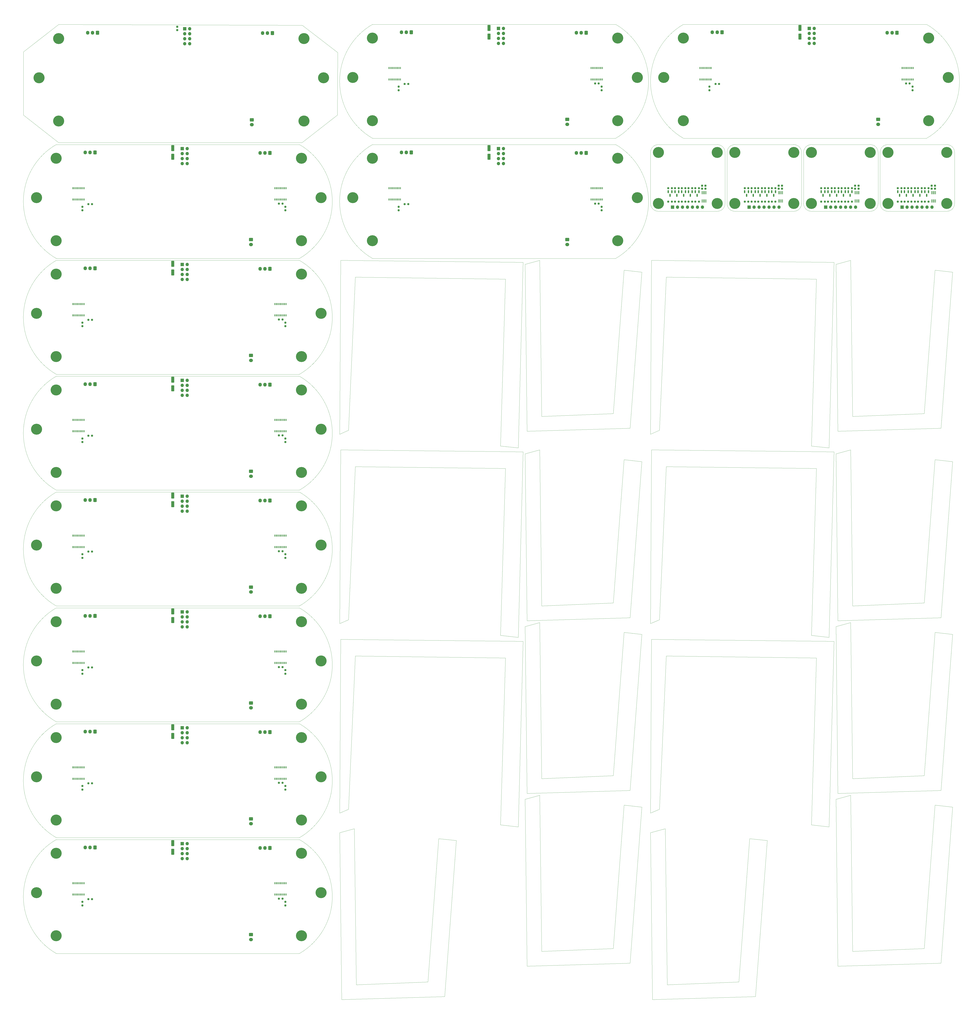
<source format=gbr>
%TF.GenerationSoftware,KiCad,Pcbnew,7.0.6-7.0.6~ubuntu20.04.1*%
%TF.CreationDate,2023-07-11T09:00:17+02:00*%
%TF.ProjectId,output_panel2023-07-11_065927.5376850000,6f757470-7574-45f7-9061-6e656c323032,rev?*%
%TF.SameCoordinates,Original*%
%TF.FileFunction,Soldermask,Bot*%
%TF.FilePolarity,Negative*%
%FSLAX45Y45*%
G04 Gerber Fmt 4.5, Leading zero omitted, Abs format (unit mm)*
G04 Created by KiCad (PCBNEW 7.0.6-7.0.6~ubuntu20.04.1) date 2023-07-11 09:00:17*
%MOMM*%
%LPD*%
G01*
G04 APERTURE LIST*
G04 Aperture macros list*
%AMRoundRect*
0 Rectangle with rounded corners*
0 $1 Rounding radius*
0 $2 $3 $4 $5 $6 $7 $8 $9 X,Y pos of 4 corners*
0 Add a 4 corners polygon primitive as box body*
4,1,4,$2,$3,$4,$5,$6,$7,$8,$9,$2,$3,0*
0 Add four circle primitives for the rounded corners*
1,1,$1+$1,$2,$3*
1,1,$1+$1,$4,$5*
1,1,$1+$1,$6,$7*
1,1,$1+$1,$8,$9*
0 Add four rect primitives between the rounded corners*
20,1,$1+$1,$2,$3,$4,$5,0*
20,1,$1+$1,$4,$5,$6,$7,0*
20,1,$1+$1,$6,$7,$8,$9,0*
20,1,$1+$1,$8,$9,$2,$3,0*%
G04 Aperture macros list end*
%TA.AperFunction,Profile*%
%ADD10C,0.050000*%
%TD*%
%TA.AperFunction,Profile*%
%ADD11C,0.100000*%
%TD*%
%ADD12C,5.600000*%
%ADD13R,1.700000X1.700000*%
%ADD14O,1.700000X1.700000*%
%ADD15RoundRect,0.250000X0.600000X0.725000X-0.600000X0.725000X-0.600000X-0.725000X0.600000X-0.725000X0*%
%ADD16O,1.700000X1.950000*%
%ADD17RoundRect,0.237500X-0.250000X-0.237500X0.250000X-0.237500X0.250000X0.237500X-0.250000X0.237500X0*%
%ADD18RoundRect,0.250000X-0.550000X1.250000X-0.550000X-1.250000X0.550000X-1.250000X0.550000X1.250000X0*%
%ADD19RoundRect,0.237500X0.250000X0.237500X-0.250000X0.237500X-0.250000X-0.237500X0.250000X-0.237500X0*%
%ADD20RoundRect,0.250000X-0.750000X0.600000X-0.750000X-0.600000X0.750000X-0.600000X0.750000X0.600000X0*%
%ADD21O,2.000000X1.700000*%
%ADD22R,0.400000X1.000000*%
%ADD23RoundRect,0.150000X-0.150000X0.587500X-0.150000X-0.587500X0.150000X-0.587500X0.150000X0.587500X0*%
%ADD24RoundRect,0.237500X0.300000X0.237500X-0.300000X0.237500X-0.300000X-0.237500X0.300000X-0.237500X0*%
%ADD25RoundRect,0.100000X-0.100000X0.712500X-0.100000X-0.712500X0.100000X-0.712500X0.100000X0.712500X0*%
%ADD26RoundRect,0.237500X0.237500X-0.250000X0.237500X0.250000X-0.237500X0.250000X-0.237500X-0.250000X0*%
%ADD27RoundRect,0.237500X-0.237500X0.300000X-0.237500X-0.300000X0.237500X-0.300000X0.237500X0.300000X0*%
G04 APERTURE END LIST*
D10*
X32017643Y-40219379D02*
X32067643Y-31369379D01*
X14123822Y-17870000D02*
G75*
G03*
X14123822Y-12070000I-1674316J2900000D01*
G01*
X25619977Y-39514585D02*
X25719977Y-48014585D01*
X32817643Y-22569688D02*
X32467643Y-30369688D01*
X46517622Y-39814585D02*
X45967622Y-47114585D01*
D11*
X47517640Y-6570000D02*
G75*
G03*
X47117643Y-6170000I-400000J0D01*
G01*
X32017640Y-9170000D02*
G75*
G03*
X32417643Y-9570000I400000J0D01*
G01*
X47117643Y-9570003D02*
G75*
G03*
X47517643Y-9170000I-3J400003D01*
G01*
X17843821Y-5850000D02*
X30243821Y-5850000D01*
D10*
X42217622Y-12068311D02*
X41467622Y-12268311D01*
X30119977Y-38316294D02*
X26469977Y-38466294D01*
X47417622Y-12668311D02*
X46517622Y-12568311D01*
X22119996Y-41617385D02*
X21219996Y-41517385D01*
X25619977Y-12268311D02*
X25719977Y-20768311D01*
X14123822Y-23770000D02*
G75*
G03*
X14123822Y-17970000I-1674316J2900000D01*
G01*
X25719977Y-39216294D02*
X30969977Y-39066294D01*
X24619998Y-13019997D02*
X16969998Y-12919997D01*
X42317622Y-29668003D02*
X42217622Y-21718003D01*
D11*
X1723822Y-41470000D02*
X14123822Y-41470000D01*
X1850000Y-50000D02*
X14270000Y-90000D01*
D10*
X46517622Y-22218003D02*
X45967622Y-29518003D01*
X40467643Y-32319379D02*
X32817643Y-32219379D01*
D11*
X35917640Y-9170000D02*
G75*
G03*
X36317643Y-9570000I400000J0D01*
G01*
X43617640Y-6570000D02*
G75*
G03*
X43217643Y-6170000I-400000J0D01*
G01*
D10*
X25269998Y-21619997D02*
X24369998Y-21519997D01*
X21219996Y-41517385D02*
X20669996Y-48817385D01*
X26369977Y-21718003D02*
X25619977Y-21918003D01*
X16269995Y-49717385D02*
X21519996Y-49567385D01*
X20669996Y-48817385D02*
X17019996Y-48967385D01*
D11*
X47517643Y-6570000D02*
X47517643Y-9170000D01*
D10*
X41117643Y-31269688D02*
X40217643Y-31169688D01*
X1723822Y-23870000D02*
G75*
G03*
X1723822Y-29670000I1674316J-2900000D01*
G01*
D11*
X16050000Y-4670000D02*
X14250000Y-6070000D01*
D10*
X31569977Y-39914585D02*
X30669977Y-39814585D01*
X16619998Y-30369688D02*
X16169998Y-30569688D01*
D11*
X14270000Y-90000D02*
X16070000Y-1480000D01*
D10*
X30119977Y-47114585D02*
X26469977Y-47264585D01*
X41367643Y-12169997D02*
X41117643Y-21619997D01*
X40217643Y-21519997D02*
X40467643Y-13019997D01*
X40217643Y-40819379D02*
X40467643Y-32319379D01*
X30119977Y-29518003D02*
X26469977Y-29668003D01*
X32817643Y-32219379D02*
X32467643Y-40019379D01*
X46817622Y-30268003D02*
X47417622Y-22318003D01*
X32017643Y-20919997D02*
X32067643Y-12069997D01*
D11*
X1723822Y-35570000D02*
X14123822Y-35570000D01*
X35817640Y-6570000D02*
G75*
G03*
X35417643Y-6170000I-400000J0D01*
G01*
D10*
X16969998Y-32219379D02*
X16619998Y-40019379D01*
X25719977Y-48014585D02*
X30969977Y-47864585D01*
X31569977Y-31116294D02*
X30669977Y-31016294D01*
X30969977Y-30268003D02*
X31569977Y-22318003D01*
X24619998Y-22669688D02*
X16969998Y-22569688D01*
X26469977Y-29668003D02*
X26369977Y-21718003D01*
D11*
X32017643Y-9170000D02*
X32017643Y-6570000D01*
X1723822Y-23770000D02*
X14123822Y-23770000D01*
X44117643Y-6170003D02*
G75*
G03*
X43717643Y-6570000I-3J-399997D01*
G01*
X35417643Y-9570003D02*
G75*
G03*
X35817643Y-9170000I-3J400003D01*
G01*
X1723822Y-23870000D02*
X14123822Y-23870000D01*
D10*
X30669977Y-39814585D02*
X30119977Y-47114585D01*
X32467643Y-40019379D02*
X32017643Y-40219379D01*
X31569977Y-12668311D02*
X30669977Y-12568311D01*
X46817622Y-39066294D02*
X47417622Y-31116294D01*
D11*
X35917643Y-9170000D02*
X35917643Y-6570000D01*
D10*
X1723822Y-12070000D02*
G75*
G03*
X1723822Y-17870000I1674316J-2900000D01*
G01*
X25719977Y-30418003D02*
X30969977Y-30268003D01*
X17019996Y-48967385D02*
X16919996Y-41017385D01*
D11*
X40217643Y-6170003D02*
G75*
G03*
X39817643Y-6570000I-3J-399997D01*
G01*
D10*
X30243821Y-5850000D02*
G75*
G03*
X30243821Y-50000I-1674316J2900000D01*
G01*
X25619977Y-21918003D02*
X25719977Y-30418003D01*
D11*
X1723822Y-17870000D02*
X14123822Y-17870000D01*
D10*
X30669977Y-12568311D02*
X30119977Y-19868311D01*
X26369977Y-12068311D02*
X25619977Y-12268311D01*
X24369998Y-31169688D02*
X24619998Y-22669688D01*
D11*
X50000Y-1450000D02*
X1850000Y-50000D01*
D10*
X25519998Y-31469379D02*
X25269998Y-40919379D01*
X41467622Y-30716294D02*
X41567622Y-39216294D01*
D11*
X35817643Y-6570000D02*
X35817643Y-9170000D01*
D10*
X41567622Y-20768311D02*
X46817622Y-20618311D01*
X45967622Y-38316294D02*
X42317622Y-38466294D01*
X32117640Y-49717385D02*
X37367640Y-49567385D01*
D11*
X1723822Y-41570000D02*
X14123822Y-41570000D01*
D10*
X41117643Y-40919379D02*
X40217643Y-40819379D01*
X14123822Y-29670000D02*
G75*
G03*
X14123822Y-23870000I-1674316J2900000D01*
G01*
D11*
X50000Y-4670000D02*
X50000Y-1450000D01*
D10*
X46817622Y-20618311D02*
X47417622Y-12668311D01*
X16219998Y-12069997D02*
X25519998Y-12169997D01*
D11*
X39717643Y-6570000D02*
X39717643Y-9170000D01*
X39817643Y-9170000D02*
X39817643Y-6570000D01*
X1723822Y-29670000D02*
X14123822Y-29670000D01*
X43717643Y-9170000D02*
X43717643Y-6570000D01*
D10*
X42217622Y-30516294D02*
X41467622Y-30716294D01*
X46091466Y-5850000D02*
G75*
G03*
X46091466Y-50000I-1674316J2900000D01*
G01*
X30669977Y-22218003D02*
X30119977Y-29518003D01*
X32017640Y-41217385D02*
X32117640Y-49717385D01*
X1723822Y-35670000D02*
G75*
G03*
X1723822Y-41470000I1674316J-2900000D01*
G01*
X41367643Y-31469379D02*
X41117643Y-40919379D01*
X16969998Y-12919997D02*
X16619998Y-20719997D01*
X24369998Y-21519997D02*
X24619998Y-13019997D01*
D11*
X1723822Y-47370000D02*
X14123822Y-47370000D01*
X40217643Y-6170000D02*
X43217643Y-6170000D01*
D10*
X42217622Y-39314585D02*
X41467622Y-39514585D01*
X16619998Y-20719997D02*
X16169998Y-20919997D01*
D11*
X43217643Y-9570000D02*
X40217643Y-9570000D01*
D10*
X32017643Y-30569688D02*
X32067643Y-21719688D01*
X40467643Y-13019997D02*
X32817643Y-12919997D01*
D11*
X32417643Y-6170003D02*
G75*
G03*
X32017643Y-6570000I-3J-399997D01*
G01*
D10*
X36517640Y-48817385D02*
X32867640Y-48967385D01*
D11*
X39817640Y-9170000D02*
G75*
G03*
X40217643Y-9570000I400000J0D01*
G01*
D10*
X26469977Y-38466294D02*
X26369977Y-30516294D01*
X16219998Y-21719688D02*
X25519998Y-21819688D01*
D11*
X43217643Y-9570003D02*
G75*
G03*
X43617643Y-9170000I-3J400003D01*
G01*
D10*
X26369977Y-30516294D02*
X25619977Y-30716294D01*
X14123822Y-11970000D02*
G75*
G03*
X14123822Y-6170000I-1674316J2900000D01*
G01*
D11*
X39317643Y-9570000D02*
X36317643Y-9570000D01*
D10*
X25519998Y-21819688D02*
X25269998Y-31269688D01*
D11*
X1723822Y-17970000D02*
X14123822Y-17970000D01*
X47117643Y-9570000D02*
X44117643Y-9570000D01*
D10*
X37967640Y-41617385D02*
X37067640Y-41517385D01*
X41567622Y-39216294D02*
X46817622Y-39066294D01*
X16219998Y-31369379D02*
X25519998Y-31469379D01*
X30969977Y-47864585D02*
X31569977Y-39914585D01*
X40217643Y-31169688D02*
X40467643Y-22669688D01*
X21519996Y-49567385D02*
X22119996Y-41617385D01*
D11*
X43717640Y-9170000D02*
G75*
G03*
X44117643Y-9570000I400000J0D01*
G01*
D10*
X46517622Y-31016294D02*
X45967622Y-38316294D01*
X40467643Y-22669688D02*
X32817643Y-22569688D01*
D11*
X43617643Y-6570000D02*
X43617643Y-9170000D01*
D10*
X47417622Y-22318003D02*
X46517622Y-22218003D01*
X41567622Y-48014585D02*
X46817622Y-47864585D01*
D11*
X17843821Y-50000D02*
X30243821Y-50000D01*
D10*
X32867640Y-48967385D02*
X32767640Y-41017385D01*
X32067643Y-21719688D02*
X41367643Y-21819688D01*
D11*
X32417643Y-6170000D02*
X35417643Y-6170000D01*
D10*
X41467622Y-39514585D02*
X41567622Y-48014585D01*
X16969998Y-22569688D02*
X16619998Y-30369688D01*
D11*
X36317643Y-6170003D02*
G75*
G03*
X35917643Y-6570000I-3J-399997D01*
G01*
D10*
X26469977Y-47264585D02*
X26369977Y-39314585D01*
D11*
X44117643Y-6170000D02*
X47117643Y-6170000D01*
D10*
X37367640Y-49567385D02*
X37967640Y-41617385D01*
X41467622Y-21918003D02*
X41567622Y-30418003D01*
X42217622Y-21718003D02*
X41467622Y-21918003D01*
X30243821Y-11970000D02*
G75*
G03*
X30243821Y-6170000I-1674316J2900000D01*
G01*
X25719977Y-20768311D02*
X30969977Y-20618311D01*
X1723822Y-17970000D02*
G75*
G03*
X1723822Y-23770000I1674316J-2900000D01*
G01*
X24369998Y-40819379D02*
X24619998Y-32319379D01*
X17843822Y-6170000D02*
G75*
G03*
X17843821Y-11970000I1674316J-2900000D01*
G01*
X32467643Y-20719997D02*
X32017643Y-20919997D01*
X41117643Y-21619997D02*
X40217643Y-21519997D01*
D11*
X36317643Y-6170000D02*
X39317643Y-6170000D01*
D10*
X31569977Y-22318003D02*
X30669977Y-22218003D01*
X42317622Y-20018311D02*
X42217622Y-12068311D01*
X14123822Y-47370000D02*
G75*
G03*
X14123822Y-41570000I-1674316J2900000D01*
G01*
X32467643Y-30369688D02*
X32017643Y-30569688D01*
X30969977Y-20618311D02*
X31569977Y-12668311D01*
X17843821Y-50000D02*
G75*
G03*
X17843821Y-5850000I1674316J-2900000D01*
G01*
X30119977Y-19868311D02*
X26469977Y-20018311D01*
X16919996Y-41017385D02*
X16169995Y-41217385D01*
D11*
X39317643Y-9570003D02*
G75*
G03*
X39717643Y-9170000I-3J400003D01*
G01*
D10*
X25269998Y-40919379D02*
X24369998Y-40819379D01*
D11*
X1723822Y-35670000D02*
X14123822Y-35670000D01*
X17843821Y-11970000D02*
X30243821Y-11970000D01*
D10*
X42317622Y-47264585D02*
X42217622Y-39314585D01*
X1723822Y-29770000D02*
G75*
G03*
X1723822Y-35570000I1674316J-2900000D01*
G01*
D11*
X1723822Y-29770000D02*
X14123822Y-29770000D01*
X39717640Y-6570000D02*
G75*
G03*
X39317643Y-6170000I-400000J0D01*
G01*
D10*
X30669977Y-31016294D02*
X30119977Y-38316294D01*
X14123822Y-41470000D02*
G75*
G03*
X14123822Y-35670000I-1674316J2900000D01*
G01*
D11*
X1723822Y-6170000D02*
X14123822Y-6170000D01*
D10*
X25619977Y-30716294D02*
X25719977Y-39216294D01*
D11*
X33691466Y-50000D02*
X46091466Y-50000D01*
D10*
X32767640Y-41017385D02*
X32017640Y-41217385D01*
D11*
X1850000Y-6070000D02*
X50000Y-4670000D01*
D10*
X16169998Y-30569688D02*
X16219998Y-21719688D01*
X32817643Y-12919997D02*
X32467643Y-20719997D01*
X26369977Y-39314585D02*
X25619977Y-39514585D01*
D11*
X33691466Y-5850000D02*
X46091466Y-5850000D01*
D10*
X24619998Y-32319379D02*
X16969998Y-32219379D01*
X41467622Y-12268311D02*
X41567622Y-20768311D01*
X33691466Y-50000D02*
G75*
G03*
X33691466Y-5850000I1674316J-2900000D01*
G01*
X45967622Y-29518003D02*
X42317622Y-29668003D01*
D11*
X1723822Y-11970000D02*
X14123822Y-11970000D01*
X35417643Y-9570000D02*
X32417643Y-9570000D01*
D10*
X25519998Y-12169997D02*
X25269998Y-21619997D01*
X45967622Y-47114585D02*
X42317622Y-47264585D01*
X46517622Y-12568311D02*
X45967622Y-19868311D01*
D11*
X14250000Y-6070000D02*
X1850000Y-6070000D01*
D10*
X37067640Y-41517385D02*
X36517640Y-48817385D01*
X41367643Y-21819688D02*
X41117643Y-31269688D01*
X1723822Y-41570000D02*
G75*
G03*
X1723822Y-47370000I1674316J-2900000D01*
G01*
D11*
X16070000Y-1480000D02*
X16050000Y-4670000D01*
D10*
X14123822Y-35570000D02*
G75*
G03*
X14123822Y-29770000I-1674316J2900000D01*
G01*
D11*
X1723822Y-12070000D02*
X14123822Y-12070000D01*
D10*
X16169995Y-41217385D02*
X16269995Y-49717385D01*
X30969977Y-39066294D02*
X31569977Y-31116294D01*
D11*
X17843821Y-6170000D02*
X30243821Y-6170000D01*
D10*
X46817622Y-47864585D02*
X47417622Y-39914585D01*
X25269998Y-31269688D02*
X24369998Y-31169688D01*
X16169998Y-20919997D02*
X16219998Y-12069997D01*
X26469977Y-20018311D02*
X26369977Y-12068311D01*
X16619998Y-40019379D02*
X16169998Y-40219379D01*
X42317622Y-38466294D02*
X42217622Y-30516294D01*
X47417622Y-31116294D02*
X46517622Y-31016294D01*
X41567622Y-30418003D02*
X46817622Y-30268003D01*
X47417622Y-39914585D02*
X46517622Y-39814585D01*
X1723822Y-6170000D02*
G75*
G03*
X1723822Y-11970000I1674316J-2900000D01*
G01*
X45967622Y-19868311D02*
X42317622Y-20018311D01*
X32067643Y-31369379D02*
X41367643Y-31469379D01*
X16169998Y-40219379D02*
X16219998Y-31369379D01*
X32067643Y-12069997D02*
X41367643Y-12169997D01*
D12*
X30343821Y-11070000D03*
D13*
X40942643Y-9360000D03*
D14*
X41196643Y-9360000D03*
X41450643Y-9360000D03*
X41704643Y-9360000D03*
X41958643Y-9360000D03*
X42212643Y-9360000D03*
X42466643Y-9360000D03*
D12*
X32417643Y-6570000D03*
X14223822Y-36370000D03*
X15223822Y-20670000D03*
X723822Y-26570000D03*
X14223822Y-30470000D03*
X31343821Y-8870000D03*
D15*
X19818821Y-452500D03*
D16*
X19568821Y-452500D03*
X19318821Y-452500D03*
D12*
X15223822Y-32470000D03*
X14223822Y-46470000D03*
X15350000Y-2770000D03*
X1723822Y-34670000D03*
D15*
X12614222Y-12496200D03*
D16*
X12364222Y-12496200D03*
X12114222Y-12496200D03*
D12*
X15223822Y-26570000D03*
D13*
X8143822Y-6376000D03*
D14*
X8397822Y-6376000D03*
X8143822Y-6630000D03*
X8397822Y-6630000D03*
X8143822Y-6884000D03*
X8397822Y-6884000D03*
X8143822Y-7138000D03*
X8397822Y-7138000D03*
D12*
X46191466Y-750000D03*
D15*
X28734221Y-476200D03*
D16*
X28484221Y-476200D03*
X28234221Y-476200D03*
D12*
X1850000Y-4970000D03*
X36317643Y-9170000D03*
X723822Y-14770000D03*
D15*
X3698822Y-41972500D03*
D16*
X3448822Y-41972500D03*
X3198822Y-41972500D03*
D15*
X35666466Y-452500D03*
D16*
X35416466Y-452500D03*
X35166466Y-452500D03*
D12*
X14223822Y-42270000D03*
X723822Y-38370000D03*
X43217643Y-6570000D03*
X723822Y-20670000D03*
X14223822Y-22870000D03*
X35417643Y-6570000D03*
X35417643Y-9170000D03*
D13*
X40111466Y-256000D03*
D14*
X40365466Y-256000D03*
X40111466Y-510000D03*
X40365466Y-510000D03*
X40111466Y-764000D03*
X40365466Y-764000D03*
X40111466Y-1018000D03*
X40365466Y-1018000D03*
D12*
X1723822Y-40570000D03*
X14223822Y-11070000D03*
D15*
X12614222Y-36096200D03*
D16*
X12364222Y-36096200D03*
X12114222Y-36096200D03*
D15*
X12614222Y-24296200D03*
D16*
X12364222Y-24296200D03*
X12114222Y-24296200D03*
D15*
X44581866Y-476200D03*
D16*
X44331866Y-476200D03*
X44081866Y-476200D03*
D13*
X8270000Y-276000D03*
D14*
X8524000Y-276000D03*
X8270000Y-530000D03*
X8524000Y-530000D03*
X8270000Y-784000D03*
X8524000Y-784000D03*
X8270000Y-1038000D03*
X8524000Y-1038000D03*
D12*
X47191466Y-2750000D03*
X1723822Y-36370000D03*
D15*
X12614222Y-6596200D03*
D16*
X12364222Y-6596200D03*
X12114222Y-6596200D03*
D12*
X850000Y-2770000D03*
D15*
X12614222Y-41996200D03*
D16*
X12364222Y-41996200D03*
X12114222Y-41996200D03*
D13*
X37042643Y-9360000D03*
D14*
X37296643Y-9360000D03*
X37550643Y-9360000D03*
X37804643Y-9360000D03*
X38058643Y-9360000D03*
X38312643Y-9360000D03*
X38566643Y-9360000D03*
D15*
X3698822Y-12472500D03*
D16*
X3448822Y-12472500D03*
X3198822Y-12472500D03*
D13*
X24263821Y-6376000D03*
D14*
X24517821Y-6376000D03*
X24263821Y-6630000D03*
X24517821Y-6630000D03*
X24263821Y-6884000D03*
X24517821Y-6884000D03*
X24263821Y-7138000D03*
X24517821Y-7138000D03*
D13*
X8143822Y-18176000D03*
D14*
X8397822Y-18176000D03*
X8143822Y-18430000D03*
X8397822Y-18430000D03*
X8143822Y-18684000D03*
X8397822Y-18684000D03*
X8143822Y-18938000D03*
X8397822Y-18938000D03*
D12*
X1723822Y-46470000D03*
X15223822Y-38370000D03*
X14223822Y-34670000D03*
X15223822Y-14770000D03*
X1723822Y-28770000D03*
X39317643Y-9170000D03*
D13*
X8143822Y-41776000D03*
D14*
X8397822Y-41776000D03*
X8143822Y-42030000D03*
X8397822Y-42030000D03*
X8143822Y-42284000D03*
X8397822Y-42284000D03*
X8143822Y-42538000D03*
X8397822Y-42538000D03*
D12*
X33691466Y-750000D03*
X14223822Y-16970000D03*
X16843821Y-8870000D03*
X14223822Y-12770000D03*
X723822Y-8870000D03*
X30343821Y-6870000D03*
D13*
X8143822Y-12276000D03*
D14*
X8397822Y-12276000D03*
X8143822Y-12530000D03*
X8397822Y-12530000D03*
X8143822Y-12784000D03*
X8397822Y-12784000D03*
X8143822Y-13038000D03*
X8397822Y-13038000D03*
D15*
X3825000Y-472500D03*
D16*
X3575000Y-472500D03*
X3325000Y-472500D03*
D15*
X19818821Y-6572500D03*
D16*
X19568821Y-6572500D03*
X19318821Y-6572500D03*
D12*
X1850000Y-770000D03*
D15*
X12740400Y-496200D03*
D16*
X12490400Y-496200D03*
X12240400Y-496200D03*
D12*
X14350000Y-4970000D03*
X40217643Y-6570000D03*
X1723822Y-30470000D03*
X14223822Y-24570000D03*
X1723822Y-6870000D03*
X43217643Y-9170000D03*
D15*
X3698822Y-30172500D03*
D16*
X3448822Y-30172500D03*
X3198822Y-30172500D03*
D12*
X36317643Y-6570000D03*
X17843821Y-750000D03*
X15223822Y-44270000D03*
X1723822Y-16970000D03*
D15*
X12614222Y-30196200D03*
D16*
X12364222Y-30196200D03*
X12114222Y-30196200D03*
D12*
X14350000Y-770000D03*
X1723822Y-42270000D03*
X46191466Y-4950000D03*
D15*
X28734221Y-6596200D03*
D16*
X28484221Y-6596200D03*
X28234221Y-6596200D03*
D12*
X32691466Y-2750000D03*
X17843821Y-11070000D03*
D13*
X24263821Y-256000D03*
D14*
X24517821Y-256000D03*
X24263821Y-510000D03*
X24517821Y-510000D03*
X24263821Y-764000D03*
X24517821Y-764000D03*
X24263821Y-1018000D03*
X24517821Y-1018000D03*
D13*
X8143822Y-35876000D03*
D14*
X8397822Y-35876000D03*
X8143822Y-36130000D03*
X8397822Y-36130000D03*
X8143822Y-36384000D03*
X8397822Y-36384000D03*
X8143822Y-36638000D03*
X8397822Y-36638000D03*
D15*
X12614222Y-18396200D03*
D16*
X12364222Y-18396200D03*
X12114222Y-18396200D03*
D12*
X31343821Y-2750000D03*
X47117643Y-6570000D03*
X30343821Y-4950000D03*
X14223822Y-18670000D03*
X16843821Y-2750000D03*
X1723822Y-24570000D03*
X1723822Y-11070000D03*
X15223822Y-8870000D03*
D15*
X3698822Y-6572500D03*
D16*
X3448822Y-6572500D03*
X3198822Y-6572500D03*
D12*
X39317643Y-6570000D03*
X32417643Y-9170000D03*
D13*
X8143822Y-29976000D03*
D14*
X8397822Y-29976000D03*
X8143822Y-30230000D03*
X8397822Y-30230000D03*
X8143822Y-30484000D03*
X8397822Y-30484000D03*
X8143822Y-30738000D03*
X8397822Y-30738000D03*
D13*
X8143822Y-24076000D03*
D14*
X8397822Y-24076000D03*
X8143822Y-24330000D03*
X8397822Y-24330000D03*
X8143822Y-24584000D03*
X8397822Y-24584000D03*
X8143822Y-24838000D03*
X8397822Y-24838000D03*
D15*
X3698822Y-24272500D03*
D16*
X3448822Y-24272500D03*
X3198822Y-24272500D03*
D12*
X1723822Y-18670000D03*
X723822Y-32470000D03*
D15*
X3698822Y-18372500D03*
D16*
X3448822Y-18372500D03*
X3198822Y-18372500D03*
D12*
X17843821Y-6870000D03*
X723822Y-44270000D03*
D15*
X3698822Y-36072500D03*
D16*
X3448822Y-36072500D03*
X3198822Y-36072500D03*
D12*
X14223822Y-28770000D03*
X44117643Y-9170000D03*
X30343821Y-750000D03*
X17843821Y-4950000D03*
X40217643Y-9170000D03*
X44117643Y-6570000D03*
X47117643Y-9170000D03*
X14223822Y-40570000D03*
D13*
X44842643Y-9360000D03*
D14*
X45096643Y-9360000D03*
X45350643Y-9360000D03*
X45604643Y-9360000D03*
X45858643Y-9360000D03*
X46112643Y-9360000D03*
X46366643Y-9360000D03*
D12*
X1723822Y-22870000D03*
D13*
X33142643Y-9360000D03*
D14*
X33396643Y-9360000D03*
X33650643Y-9360000D03*
X33904643Y-9360000D03*
X34158643Y-9360000D03*
X34412643Y-9360000D03*
X34666643Y-9360000D03*
D12*
X1723822Y-12770000D03*
X14223822Y-6870000D03*
X33691466Y-4950000D03*
D17*
X38201393Y-8390000D03*
X38383893Y-8390000D03*
X41066393Y-8390000D03*
X41248893Y-8390000D03*
X44621393Y-9080000D03*
X44803893Y-9080000D03*
X13073572Y-26880000D03*
X13256072Y-26880000D03*
X33611393Y-9080000D03*
X33793893Y-9080000D03*
X41411393Y-9080000D03*
X41593893Y-9080000D03*
D18*
X7666822Y-24047000D03*
X7666822Y-24487000D03*
D17*
X37511393Y-9080000D03*
X37693893Y-9080000D03*
D19*
X3546072Y-9200000D03*
X3363572Y-9200000D03*
D20*
X11690000Y-4910000D03*
D21*
X11690000Y-5160000D03*
D17*
X29193571Y-9180000D03*
X29376071Y-9180000D03*
D22*
X29567321Y-8970000D03*
X29502321Y-8970000D03*
X29437321Y-8970000D03*
X29372321Y-8970000D03*
X29307321Y-8970000D03*
X29242321Y-8970000D03*
X29177321Y-8970000D03*
X29112321Y-8970000D03*
X29047321Y-8970000D03*
X28982321Y-8970000D03*
X28982321Y-8390000D03*
X29047321Y-8390000D03*
X29112321Y-8390000D03*
X29177321Y-8390000D03*
X29242321Y-8390000D03*
X29307321Y-8390000D03*
X29372321Y-8390000D03*
X29437321Y-8390000D03*
X29502321Y-8390000D03*
X29567321Y-8390000D03*
D23*
X42097643Y-8566250D03*
X42287643Y-8566250D03*
X42192643Y-8753750D03*
D24*
X46518893Y-8265000D03*
X46346393Y-8265000D03*
D17*
X37166393Y-8390000D03*
X37348893Y-8390000D03*
D22*
X19267321Y-8970000D03*
X19202321Y-8970000D03*
X19137321Y-8970000D03*
X19072321Y-8970000D03*
X19007321Y-8970000D03*
X18942321Y-8970000D03*
X18877321Y-8970000D03*
X18812321Y-8970000D03*
X18747321Y-8970000D03*
X18682321Y-8970000D03*
X18682321Y-8390000D03*
X18747321Y-8390000D03*
X18812321Y-8390000D03*
X18877321Y-8390000D03*
X18942321Y-8390000D03*
X19007321Y-8390000D03*
X19072321Y-8390000D03*
X19137321Y-8390000D03*
X19202321Y-8390000D03*
X19267321Y-8390000D03*
D17*
X13073572Y-15080000D03*
X13256072Y-15080000D03*
X37511393Y-8390000D03*
X37693893Y-8390000D03*
D18*
X39634466Y-227000D03*
X39634466Y-667000D03*
D20*
X43618966Y-4890000D03*
D21*
X43618966Y-5140000D03*
D17*
X32921393Y-8390000D03*
X33103893Y-8390000D03*
D23*
X33607643Y-8566250D03*
X33797643Y-8566250D03*
X33702643Y-8753750D03*
D25*
X38546393Y-8623750D03*
X38611393Y-8623750D03*
X38676393Y-8623750D03*
X38741393Y-8623750D03*
X38741393Y-9046250D03*
X38676393Y-9046250D03*
X38611393Y-9046250D03*
X38546393Y-9046250D03*
D17*
X40721393Y-9080000D03*
X40903893Y-9080000D03*
D26*
X3054822Y-21321250D03*
X3054822Y-21138750D03*
D24*
X38718893Y-8265000D03*
X38546393Y-8265000D03*
D18*
X7666822Y-29947000D03*
X7666822Y-30387000D03*
D20*
X11651322Y-40510000D03*
D21*
X11651322Y-40760000D03*
D17*
X13073572Y-44580000D03*
X13256072Y-44580000D03*
D18*
X7666822Y-18147000D03*
X7666822Y-18587000D03*
D23*
X40717643Y-8566250D03*
X40907643Y-8566250D03*
X40812643Y-8753750D03*
D20*
X11651322Y-11010000D03*
D21*
X11651322Y-11260000D03*
D26*
X3054822Y-27221250D03*
X3054822Y-27038750D03*
D22*
X3147322Y-32570000D03*
X3082322Y-32570000D03*
X3017322Y-32570000D03*
X2952322Y-32570000D03*
X2887322Y-32570000D03*
X2822322Y-32570000D03*
X2757322Y-32570000D03*
X2692322Y-32570000D03*
X2627322Y-32570000D03*
X2562322Y-32570000D03*
X2562322Y-31990000D03*
X2627322Y-31990000D03*
X2692322Y-31990000D03*
X2757322Y-31990000D03*
X2822322Y-31990000D03*
X2887322Y-31990000D03*
X2952322Y-31990000D03*
X3017322Y-31990000D03*
X3082322Y-31990000D03*
X3147322Y-31990000D03*
D26*
X29524821Y-9521250D03*
X29524821Y-9338750D03*
D25*
X34646393Y-8623750D03*
X34711393Y-8623750D03*
X34776393Y-8623750D03*
X34841393Y-8623750D03*
X34841393Y-9046250D03*
X34776393Y-9046250D03*
X34711393Y-9046250D03*
X34646393Y-9046250D03*
D26*
X29524821Y-3401250D03*
X29524821Y-3218750D03*
X13404822Y-39021250D03*
X13404822Y-38838750D03*
D24*
X34818893Y-8415000D03*
X34646393Y-8415000D03*
D17*
X33266393Y-8390000D03*
X33448893Y-8390000D03*
D22*
X45414966Y-2850000D03*
X45349966Y-2850000D03*
X45284966Y-2850000D03*
X45219966Y-2850000D03*
X45154966Y-2850000D03*
X45089966Y-2850000D03*
X45024966Y-2850000D03*
X44959966Y-2850000D03*
X44894966Y-2850000D03*
X44829966Y-2850000D03*
X44829966Y-2270000D03*
X44894966Y-2270000D03*
X44959966Y-2270000D03*
X45024966Y-2270000D03*
X45089966Y-2270000D03*
X45154966Y-2270000D03*
X45219966Y-2270000D03*
X45284966Y-2270000D03*
X45349966Y-2270000D03*
X45414966Y-2270000D03*
D24*
X42618893Y-8265000D03*
X42446393Y-8265000D03*
D19*
X3546072Y-44600000D03*
X3363572Y-44600000D03*
D17*
X42101393Y-8390000D03*
X42283893Y-8390000D03*
X41411393Y-8390000D03*
X41593893Y-8390000D03*
D26*
X3054822Y-39021250D03*
X3054822Y-38838750D03*
D23*
X45652643Y-8566250D03*
X45842643Y-8566250D03*
X45747643Y-8753750D03*
D19*
X19666071Y-9200000D03*
X19483571Y-9200000D03*
X3546072Y-32800000D03*
X3363572Y-32800000D03*
D23*
X33952643Y-8566250D03*
X34142643Y-8566250D03*
X34047643Y-8753750D03*
X45997643Y-8566250D03*
X46187643Y-8566250D03*
X46092643Y-8753750D03*
D20*
X11651322Y-34610000D03*
D21*
X11651322Y-34860000D03*
D17*
X33611393Y-8390000D03*
X33793893Y-8390000D03*
D22*
X3147322Y-8970000D03*
X3082322Y-8970000D03*
X3017322Y-8970000D03*
X2952322Y-8970000D03*
X2887322Y-8970000D03*
X2822322Y-8970000D03*
X2757322Y-8970000D03*
X2692322Y-8970000D03*
X2627322Y-8970000D03*
X2562322Y-8970000D03*
X2562322Y-8390000D03*
X2627322Y-8390000D03*
X2692322Y-8390000D03*
X2757322Y-8390000D03*
X2822322Y-8390000D03*
X2887322Y-8390000D03*
X2952322Y-8390000D03*
X3017322Y-8390000D03*
X3082322Y-8390000D03*
X3147322Y-8390000D03*
D17*
X36821393Y-8390000D03*
X37003893Y-8390000D03*
D26*
X13404822Y-27221250D03*
X13404822Y-27038750D03*
X3054822Y-33121250D03*
X3054822Y-32938750D03*
D19*
X3546072Y-15100000D03*
X3363572Y-15100000D03*
D17*
X46001393Y-8390000D03*
X46183893Y-8390000D03*
D22*
X13447322Y-32570000D03*
X13382322Y-32570000D03*
X13317322Y-32570000D03*
X13252322Y-32570000D03*
X13187322Y-32570000D03*
X13122322Y-32570000D03*
X13057322Y-32570000D03*
X12992322Y-32570000D03*
X12927322Y-32570000D03*
X12862322Y-32570000D03*
X12862322Y-31990000D03*
X12927322Y-31990000D03*
X12992322Y-31990000D03*
X13057322Y-31990000D03*
X13122322Y-31990000D03*
X13187322Y-31990000D03*
X13252322Y-31990000D03*
X13317322Y-31990000D03*
X13382322Y-31990000D03*
X13447322Y-31990000D03*
D18*
X7666822Y-41747000D03*
X7666822Y-42187000D03*
D22*
X13447322Y-38470000D03*
X13382322Y-38470000D03*
X13317322Y-38470000D03*
X13252322Y-38470000D03*
X13187322Y-38470000D03*
X13122322Y-38470000D03*
X13057322Y-38470000D03*
X12992322Y-38470000D03*
X12927322Y-38470000D03*
X12862322Y-38470000D03*
X12862322Y-37890000D03*
X12927322Y-37890000D03*
X12992322Y-37890000D03*
X13057322Y-37890000D03*
X13122322Y-37890000D03*
X13187322Y-37890000D03*
X13252322Y-37890000D03*
X13317322Y-37890000D03*
X13382322Y-37890000D03*
X13447322Y-37890000D03*
X13447322Y-26670000D03*
X13382322Y-26670000D03*
X13317322Y-26670000D03*
X13252322Y-26670000D03*
X13187322Y-26670000D03*
X13122322Y-26670000D03*
X13057322Y-26670000D03*
X12992322Y-26670000D03*
X12927322Y-26670000D03*
X12862322Y-26670000D03*
X12862322Y-26090000D03*
X12927322Y-26090000D03*
X12992322Y-26090000D03*
X13057322Y-26090000D03*
X13122322Y-26090000D03*
X13187322Y-26090000D03*
X13252322Y-26090000D03*
X13317322Y-26090000D03*
X13382322Y-26090000D03*
X13447322Y-26090000D03*
D17*
X41066393Y-9080000D03*
X41248893Y-9080000D03*
X13073572Y-20980000D03*
X13256072Y-20980000D03*
X33956393Y-8390000D03*
X34138893Y-8390000D03*
D26*
X13404822Y-21321250D03*
X13404822Y-21138750D03*
D23*
X33262643Y-8566250D03*
X33452643Y-8566250D03*
X33357643Y-8753750D03*
D22*
X3147322Y-44370000D03*
X3082322Y-44370000D03*
X3017322Y-44370000D03*
X2952322Y-44370000D03*
X2887322Y-44370000D03*
X2822322Y-44370000D03*
X2757322Y-44370000D03*
X2692322Y-44370000D03*
X2627322Y-44370000D03*
X2562322Y-44370000D03*
X2562322Y-43790000D03*
X2627322Y-43790000D03*
X2692322Y-43790000D03*
X2757322Y-43790000D03*
X2822322Y-43790000D03*
X2887322Y-43790000D03*
X2952322Y-43790000D03*
X3017322Y-43790000D03*
X3082322Y-43790000D03*
X3147322Y-43790000D03*
D25*
X42446393Y-8623750D03*
X42511393Y-8623750D03*
X42576393Y-8623750D03*
X42641393Y-8623750D03*
X42641393Y-9046250D03*
X42576393Y-9046250D03*
X42511393Y-9046250D03*
X42446393Y-9046250D03*
D20*
X27771321Y-11010000D03*
D21*
X27771321Y-11260000D03*
D20*
X11651322Y-22810000D03*
D21*
X11651322Y-23060000D03*
D26*
X13404822Y-44921250D03*
X13404822Y-44738750D03*
D17*
X34301393Y-8390000D03*
X34483893Y-8390000D03*
D22*
X3147322Y-38470000D03*
X3082322Y-38470000D03*
X3017322Y-38470000D03*
X2952322Y-38470000D03*
X2887322Y-38470000D03*
X2822322Y-38470000D03*
X2757322Y-38470000D03*
X2692322Y-38470000D03*
X2627322Y-38470000D03*
X2562322Y-38470000D03*
X2562322Y-37890000D03*
X2627322Y-37890000D03*
X2692322Y-37890000D03*
X2757322Y-37890000D03*
X2822322Y-37890000D03*
X2887322Y-37890000D03*
X2952322Y-37890000D03*
X3017322Y-37890000D03*
X3082322Y-37890000D03*
X3147322Y-37890000D03*
D17*
X34301393Y-9080000D03*
X34483893Y-9080000D03*
D26*
X3054822Y-9521250D03*
X3054822Y-9338750D03*
D17*
X38201393Y-9080000D03*
X38383893Y-9080000D03*
D26*
X13404822Y-33121250D03*
X13404822Y-32938750D03*
D19*
X19666071Y-3080000D03*
X19483571Y-3080000D03*
D26*
X35022466Y-3401250D03*
X35022466Y-3218750D03*
D27*
X7890000Y-170000D03*
X7890000Y-342500D03*
D17*
X45656393Y-8390000D03*
X45838893Y-8390000D03*
X41756393Y-8390000D03*
X41938893Y-8390000D03*
X37166393Y-9080000D03*
X37348893Y-9080000D03*
D24*
X46518893Y-8415000D03*
X46346393Y-8415000D03*
D22*
X29567321Y-2850000D03*
X29502321Y-2850000D03*
X29437321Y-2850000D03*
X29372321Y-2850000D03*
X29307321Y-2850000D03*
X29242321Y-2850000D03*
X29177321Y-2850000D03*
X29112321Y-2850000D03*
X29047321Y-2850000D03*
X28982321Y-2850000D03*
X28982321Y-2270000D03*
X29047321Y-2270000D03*
X29112321Y-2270000D03*
X29177321Y-2270000D03*
X29242321Y-2270000D03*
X29307321Y-2270000D03*
X29372321Y-2270000D03*
X29437321Y-2270000D03*
X29502321Y-2270000D03*
X29567321Y-2270000D03*
D26*
X13404822Y-15421250D03*
X13404822Y-15238750D03*
D19*
X35513716Y-3080000D03*
X35331216Y-3080000D03*
D26*
X3054822Y-15421250D03*
X3054822Y-15238750D03*
D17*
X37856393Y-9080000D03*
X38038893Y-9080000D03*
D19*
X3546072Y-26900000D03*
X3363572Y-26900000D03*
D25*
X46346393Y-8623750D03*
X46411393Y-8623750D03*
X46476393Y-8623750D03*
X46541393Y-8623750D03*
X46541393Y-9046250D03*
X46476393Y-9046250D03*
X46411393Y-9046250D03*
X46346393Y-9046250D03*
D23*
X34297643Y-8566250D03*
X34487643Y-8566250D03*
X34392643Y-8753750D03*
D24*
X42618893Y-8415000D03*
X42446393Y-8415000D03*
D17*
X13073572Y-32780000D03*
X13256072Y-32780000D03*
D26*
X3054822Y-44921250D03*
X3054822Y-44738750D03*
D17*
X37856393Y-8390000D03*
X38038893Y-8390000D03*
X45311393Y-9080000D03*
X45493893Y-9080000D03*
X40721393Y-8390000D03*
X40903893Y-8390000D03*
D22*
X19267321Y-2850000D03*
X19202321Y-2850000D03*
X19137321Y-2850000D03*
X19072321Y-2850000D03*
X19007321Y-2850000D03*
X18942321Y-2850000D03*
X18877321Y-2850000D03*
X18812321Y-2850000D03*
X18747321Y-2850000D03*
X18682321Y-2850000D03*
X18682321Y-2270000D03*
X18747321Y-2270000D03*
X18812321Y-2270000D03*
X18877321Y-2270000D03*
X18942321Y-2270000D03*
X19007321Y-2270000D03*
X19072321Y-2270000D03*
X19137321Y-2270000D03*
X19202321Y-2270000D03*
X19267321Y-2270000D03*
D17*
X33266393Y-9080000D03*
X33448893Y-9080000D03*
D19*
X3546072Y-38700000D03*
X3363572Y-38700000D03*
D17*
X46001393Y-9080000D03*
X46183893Y-9080000D03*
D22*
X3147322Y-26670000D03*
X3082322Y-26670000D03*
X3017322Y-26670000D03*
X2952322Y-26670000D03*
X2887322Y-26670000D03*
X2822322Y-26670000D03*
X2757322Y-26670000D03*
X2692322Y-26670000D03*
X2627322Y-26670000D03*
X2562322Y-26670000D03*
X2562322Y-26090000D03*
X2627322Y-26090000D03*
X2692322Y-26090000D03*
X2757322Y-26090000D03*
X2822322Y-26090000D03*
X2887322Y-26090000D03*
X2952322Y-26090000D03*
X3017322Y-26090000D03*
X3082322Y-26090000D03*
X3147322Y-26090000D03*
D17*
X13073572Y-38680000D03*
X13256072Y-38680000D03*
X33956393Y-9080000D03*
X34138893Y-9080000D03*
D19*
X3546072Y-21000000D03*
X3363572Y-21000000D03*
D23*
X36817643Y-8566250D03*
X37007643Y-8566250D03*
X36912643Y-8753750D03*
D18*
X23786821Y-227000D03*
X23786821Y-667000D03*
D23*
X38197643Y-8566250D03*
X38387643Y-8566250D03*
X38292643Y-8753750D03*
D18*
X7666822Y-12247000D03*
X7666822Y-12687000D03*
D23*
X37507643Y-8566250D03*
X37697643Y-8566250D03*
X37602643Y-8753750D03*
D17*
X45041216Y-3060000D03*
X45223716Y-3060000D03*
D22*
X13447322Y-8970000D03*
X13382322Y-8970000D03*
X13317322Y-8970000D03*
X13252322Y-8970000D03*
X13187322Y-8970000D03*
X13122322Y-8970000D03*
X13057322Y-8970000D03*
X12992322Y-8970000D03*
X12927322Y-8970000D03*
X12862322Y-8970000D03*
X12862322Y-8390000D03*
X12927322Y-8390000D03*
X12992322Y-8390000D03*
X13057322Y-8390000D03*
X13122322Y-8390000D03*
X13187322Y-8390000D03*
X13252322Y-8390000D03*
X13317322Y-8390000D03*
X13382322Y-8390000D03*
X13447322Y-8390000D03*
D23*
X41752643Y-8566250D03*
X41942643Y-8566250D03*
X41847643Y-8753750D03*
D17*
X36821393Y-9080000D03*
X37003893Y-9080000D03*
D26*
X19174821Y-9521250D03*
X19174821Y-9338750D03*
D18*
X7666822Y-6347000D03*
X7666822Y-6787000D03*
D22*
X3147322Y-20770000D03*
X3082322Y-20770000D03*
X3017322Y-20770000D03*
X2952322Y-20770000D03*
X2887322Y-20770000D03*
X2822322Y-20770000D03*
X2757322Y-20770000D03*
X2692322Y-20770000D03*
X2627322Y-20770000D03*
X2562322Y-20770000D03*
X2562322Y-20190000D03*
X2627322Y-20190000D03*
X2692322Y-20190000D03*
X2757322Y-20190000D03*
X2822322Y-20190000D03*
X2887322Y-20190000D03*
X2952322Y-20190000D03*
X3017322Y-20190000D03*
X3082322Y-20190000D03*
X3147322Y-20190000D03*
D23*
X41062643Y-8566250D03*
X41252643Y-8566250D03*
X41157643Y-8753750D03*
X37162643Y-8566250D03*
X37352643Y-8566250D03*
X37257643Y-8753750D03*
D20*
X11651322Y-28710000D03*
D21*
X11651322Y-28960000D03*
D18*
X23786821Y-6347000D03*
X23786821Y-6787000D03*
D22*
X13447322Y-20770000D03*
X13382322Y-20770000D03*
X13317322Y-20770000D03*
X13252322Y-20770000D03*
X13187322Y-20770000D03*
X13122322Y-20770000D03*
X13057322Y-20770000D03*
X12992322Y-20770000D03*
X12927322Y-20770000D03*
X12862322Y-20770000D03*
X12862322Y-20190000D03*
X12927322Y-20190000D03*
X12992322Y-20190000D03*
X13057322Y-20190000D03*
X13122322Y-20190000D03*
X13187322Y-20190000D03*
X13252322Y-20190000D03*
X13317322Y-20190000D03*
X13382322Y-20190000D03*
X13447322Y-20190000D03*
D26*
X13404822Y-9521250D03*
X13404822Y-9338750D03*
D23*
X37852643Y-8566250D03*
X38042643Y-8566250D03*
X37947643Y-8753750D03*
D17*
X45656393Y-9080000D03*
X45838893Y-9080000D03*
X45311393Y-8390000D03*
X45493893Y-8390000D03*
X29193571Y-3060000D03*
X29376071Y-3060000D03*
D20*
X11651322Y-16910000D03*
D21*
X11651322Y-17160000D03*
D17*
X44966393Y-9080000D03*
X45148893Y-9080000D03*
D23*
X45307643Y-8566250D03*
X45497643Y-8566250D03*
X45402643Y-8753750D03*
D20*
X27771321Y-4890000D03*
D21*
X27771321Y-5140000D03*
D24*
X38718893Y-8415000D03*
X38546393Y-8415000D03*
D26*
X19174821Y-3401250D03*
X19174821Y-3218750D03*
D23*
X44962643Y-8566250D03*
X45152643Y-8566250D03*
X45057643Y-8753750D03*
D24*
X34818893Y-8265000D03*
X34646393Y-8265000D03*
D17*
X32921393Y-9080000D03*
X33103893Y-9080000D03*
D23*
X44617643Y-8566250D03*
X44807643Y-8566250D03*
X44712643Y-8753750D03*
D18*
X7666822Y-35847000D03*
X7666822Y-36287000D03*
D26*
X45372466Y-3401250D03*
X45372466Y-3218750D03*
D22*
X3147322Y-14870000D03*
X3082322Y-14870000D03*
X3017322Y-14870000D03*
X2952322Y-14870000D03*
X2887322Y-14870000D03*
X2822322Y-14870000D03*
X2757322Y-14870000D03*
X2692322Y-14870000D03*
X2627322Y-14870000D03*
X2562322Y-14870000D03*
X2562322Y-14290000D03*
X2627322Y-14290000D03*
X2692322Y-14290000D03*
X2757322Y-14290000D03*
X2822322Y-14290000D03*
X2887322Y-14290000D03*
X2952322Y-14290000D03*
X3017322Y-14290000D03*
X3082322Y-14290000D03*
X3147322Y-14290000D03*
D17*
X13073572Y-9180000D03*
X13256072Y-9180000D03*
X44621393Y-8390000D03*
X44803893Y-8390000D03*
X42101393Y-9080000D03*
X42283893Y-9080000D03*
D20*
X11651322Y-46410000D03*
D21*
X11651322Y-46660000D03*
D22*
X13447322Y-14870000D03*
X13382322Y-14870000D03*
X13317322Y-14870000D03*
X13252322Y-14870000D03*
X13187322Y-14870000D03*
X13122322Y-14870000D03*
X13057322Y-14870000D03*
X12992322Y-14870000D03*
X12927322Y-14870000D03*
X12862322Y-14870000D03*
X12862322Y-14290000D03*
X12927322Y-14290000D03*
X12992322Y-14290000D03*
X13057322Y-14290000D03*
X13122322Y-14290000D03*
X13187322Y-14290000D03*
X13252322Y-14290000D03*
X13317322Y-14290000D03*
X13382322Y-14290000D03*
X13447322Y-14290000D03*
D23*
X32917643Y-8566250D03*
X33107643Y-8566250D03*
X33012643Y-8753750D03*
D22*
X35114966Y-2850000D03*
X35049966Y-2850000D03*
X34984966Y-2850000D03*
X34919966Y-2850000D03*
X34854966Y-2850000D03*
X34789966Y-2850000D03*
X34724966Y-2850000D03*
X34659966Y-2850000D03*
X34594966Y-2850000D03*
X34529966Y-2850000D03*
X34529966Y-2270000D03*
X34594966Y-2270000D03*
X34659966Y-2270000D03*
X34724966Y-2270000D03*
X34789966Y-2270000D03*
X34854966Y-2270000D03*
X34919966Y-2270000D03*
X34984966Y-2270000D03*
X35049966Y-2270000D03*
X35114966Y-2270000D03*
D17*
X41756393Y-9080000D03*
X41938893Y-9080000D03*
X44966393Y-8390000D03*
X45148893Y-8390000D03*
D23*
X41407643Y-8566250D03*
X41597643Y-8566250D03*
X41502643Y-8753750D03*
D22*
X13447322Y-44370000D03*
X13382322Y-44370000D03*
X13317322Y-44370000D03*
X13252322Y-44370000D03*
X13187322Y-44370000D03*
X13122322Y-44370000D03*
X13057322Y-44370000D03*
X12992322Y-44370000D03*
X12927322Y-44370000D03*
X12862322Y-44370000D03*
X12862322Y-43790000D03*
X12927322Y-43790000D03*
X12992322Y-43790000D03*
X13057322Y-43790000D03*
X13122322Y-43790000D03*
X13187322Y-43790000D03*
X13252322Y-43790000D03*
X13317322Y-43790000D03*
X13382322Y-43790000D03*
X13447322Y-43790000D03*
M02*

</source>
